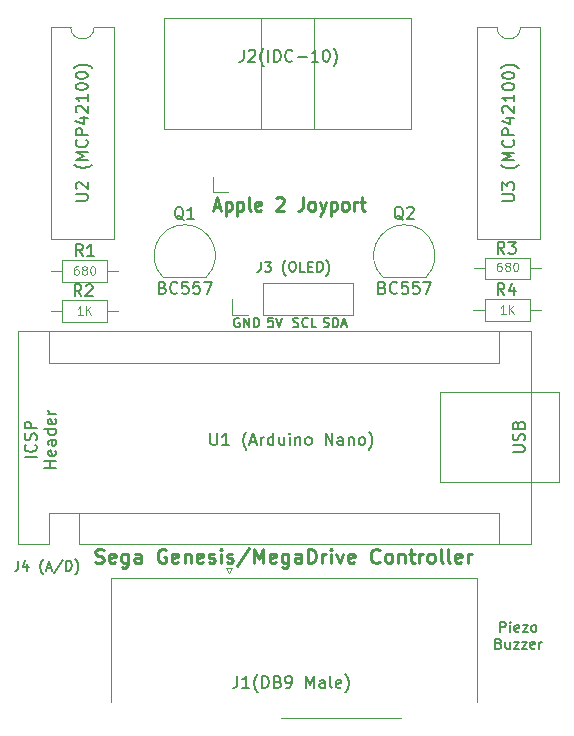
<source format=gbr>
G04 #@! TF.GenerationSoftware,KiCad,Pcbnew,(5.1.4)-1*
G04 #@! TF.CreationDate,2019-11-09T17:45:09+10:00*
G04 #@! TF.ProjectId,SegaControllerForApple2,53656761-436f-46e7-9472-6f6c6c657246,rev?*
G04 #@! TF.SameCoordinates,Original*
G04 #@! TF.FileFunction,Legend,Top*
G04 #@! TF.FilePolarity,Positive*
%FSLAX46Y46*%
G04 Gerber Fmt 4.6, Leading zero omitted, Abs format (unit mm)*
G04 Created by KiCad (PCBNEW (5.1.4)-1) date 2019-11-09 17:45:09*
%MOMM*%
%LPD*%
G04 APERTURE LIST*
%ADD10C,0.150000*%
%ADD11C,0.120000*%
%ADD12C,0.220000*%
%ADD13C,0.108000*%
G04 APERTURE END LIST*
D10*
X148082142Y-86072023D02*
X148082142Y-85222023D01*
X148405952Y-85222023D01*
X148486904Y-85262500D01*
X148527380Y-85302976D01*
X148567857Y-85383928D01*
X148567857Y-85505357D01*
X148527380Y-85586309D01*
X148486904Y-85626785D01*
X148405952Y-85667261D01*
X148082142Y-85667261D01*
X148932142Y-86072023D02*
X148932142Y-85505357D01*
X148932142Y-85222023D02*
X148891666Y-85262500D01*
X148932142Y-85302976D01*
X148972619Y-85262500D01*
X148932142Y-85222023D01*
X148932142Y-85302976D01*
X149660714Y-86031547D02*
X149579761Y-86072023D01*
X149417857Y-86072023D01*
X149336904Y-86031547D01*
X149296428Y-85950595D01*
X149296428Y-85626785D01*
X149336904Y-85545833D01*
X149417857Y-85505357D01*
X149579761Y-85505357D01*
X149660714Y-85545833D01*
X149701190Y-85626785D01*
X149701190Y-85707738D01*
X149296428Y-85788690D01*
X149984523Y-85505357D02*
X150429761Y-85505357D01*
X149984523Y-86072023D01*
X150429761Y-86072023D01*
X150875000Y-86072023D02*
X150794047Y-86031547D01*
X150753571Y-85991071D01*
X150713095Y-85910119D01*
X150713095Y-85667261D01*
X150753571Y-85586309D01*
X150794047Y-85545833D01*
X150875000Y-85505357D01*
X150996428Y-85505357D01*
X151077380Y-85545833D01*
X151117857Y-85586309D01*
X151158333Y-85667261D01*
X151158333Y-85910119D01*
X151117857Y-85991071D01*
X151077380Y-86031547D01*
X150996428Y-86072023D01*
X150875000Y-86072023D01*
X147960714Y-87051785D02*
X148082142Y-87092261D01*
X148122619Y-87132738D01*
X148163095Y-87213690D01*
X148163095Y-87335119D01*
X148122619Y-87416071D01*
X148082142Y-87456547D01*
X148001190Y-87497023D01*
X147677380Y-87497023D01*
X147677380Y-86647023D01*
X147960714Y-86647023D01*
X148041666Y-86687500D01*
X148082142Y-86727976D01*
X148122619Y-86808928D01*
X148122619Y-86889880D01*
X148082142Y-86970833D01*
X148041666Y-87011309D01*
X147960714Y-87051785D01*
X147677380Y-87051785D01*
X148891666Y-86930357D02*
X148891666Y-87497023D01*
X148527380Y-86930357D02*
X148527380Y-87375595D01*
X148567857Y-87456547D01*
X148648809Y-87497023D01*
X148770238Y-87497023D01*
X148851190Y-87456547D01*
X148891666Y-87416071D01*
X149215476Y-86930357D02*
X149660714Y-86930357D01*
X149215476Y-87497023D01*
X149660714Y-87497023D01*
X149903571Y-86930357D02*
X150348809Y-86930357D01*
X149903571Y-87497023D01*
X150348809Y-87497023D01*
X150996428Y-87456547D02*
X150915476Y-87497023D01*
X150753571Y-87497023D01*
X150672619Y-87456547D01*
X150632142Y-87375595D01*
X150632142Y-87051785D01*
X150672619Y-86970833D01*
X150753571Y-86930357D01*
X150915476Y-86930357D01*
X150996428Y-86970833D01*
X151036904Y-87051785D01*
X151036904Y-87132738D01*
X150632142Y-87213690D01*
X151401190Y-87497023D02*
X151401190Y-86930357D01*
X151401190Y-87092261D02*
X151441666Y-87011309D01*
X151482142Y-86970833D01*
X151563095Y-86930357D01*
X151644047Y-86930357D01*
X107291666Y-80034523D02*
X107291666Y-80641666D01*
X107251190Y-80763095D01*
X107170238Y-80844047D01*
X107048809Y-80884523D01*
X106967857Y-80884523D01*
X108060714Y-80317857D02*
X108060714Y-80884523D01*
X107858333Y-79994047D02*
X107655952Y-80601190D01*
X108182142Y-80601190D01*
X109396428Y-81208333D02*
X109355952Y-81167857D01*
X109275000Y-81046428D01*
X109234523Y-80965476D01*
X109194047Y-80844047D01*
X109153571Y-80641666D01*
X109153571Y-80479761D01*
X109194047Y-80277380D01*
X109234523Y-80155952D01*
X109275000Y-80075000D01*
X109355952Y-79953571D01*
X109396428Y-79913095D01*
X109679761Y-80641666D02*
X110084523Y-80641666D01*
X109598809Y-80884523D02*
X109882142Y-80034523D01*
X110165476Y-80884523D01*
X111055952Y-79994047D02*
X110327380Y-81086904D01*
X111339285Y-80884523D02*
X111339285Y-80034523D01*
X111541666Y-80034523D01*
X111663095Y-80075000D01*
X111744047Y-80155952D01*
X111784523Y-80236904D01*
X111825000Y-80398809D01*
X111825000Y-80520238D01*
X111784523Y-80682142D01*
X111744047Y-80763095D01*
X111663095Y-80844047D01*
X111541666Y-80884523D01*
X111339285Y-80884523D01*
X112108333Y-81208333D02*
X112148809Y-81167857D01*
X112229761Y-81046428D01*
X112270238Y-80965476D01*
X112310714Y-80844047D01*
X112351190Y-80641666D01*
X112351190Y-80479761D01*
X112310714Y-80277380D01*
X112270238Y-80155952D01*
X112229761Y-80075000D01*
X112148809Y-79953571D01*
X112108333Y-79913095D01*
X108827380Y-71276190D02*
X107827380Y-71276190D01*
X108732142Y-70228571D02*
X108779761Y-70276190D01*
X108827380Y-70419047D01*
X108827380Y-70514285D01*
X108779761Y-70657142D01*
X108684523Y-70752380D01*
X108589285Y-70800000D01*
X108398809Y-70847619D01*
X108255952Y-70847619D01*
X108065476Y-70800000D01*
X107970238Y-70752380D01*
X107875000Y-70657142D01*
X107827380Y-70514285D01*
X107827380Y-70419047D01*
X107875000Y-70276190D01*
X107922619Y-70228571D01*
X108779761Y-69847619D02*
X108827380Y-69704761D01*
X108827380Y-69466666D01*
X108779761Y-69371428D01*
X108732142Y-69323809D01*
X108636904Y-69276190D01*
X108541666Y-69276190D01*
X108446428Y-69323809D01*
X108398809Y-69371428D01*
X108351190Y-69466666D01*
X108303571Y-69657142D01*
X108255952Y-69752380D01*
X108208333Y-69800000D01*
X108113095Y-69847619D01*
X108017857Y-69847619D01*
X107922619Y-69800000D01*
X107875000Y-69752380D01*
X107827380Y-69657142D01*
X107827380Y-69419047D01*
X107875000Y-69276190D01*
X108827380Y-68847619D02*
X107827380Y-68847619D01*
X107827380Y-68466666D01*
X107875000Y-68371428D01*
X107922619Y-68323809D01*
X108017857Y-68276190D01*
X108160714Y-68276190D01*
X108255952Y-68323809D01*
X108303571Y-68371428D01*
X108351190Y-68466666D01*
X108351190Y-68847619D01*
X110477380Y-72157142D02*
X109477380Y-72157142D01*
X109953571Y-72157142D02*
X109953571Y-71585714D01*
X110477380Y-71585714D02*
X109477380Y-71585714D01*
X110429761Y-70728571D02*
X110477380Y-70823809D01*
X110477380Y-71014285D01*
X110429761Y-71109523D01*
X110334523Y-71157142D01*
X109953571Y-71157142D01*
X109858333Y-71109523D01*
X109810714Y-71014285D01*
X109810714Y-70823809D01*
X109858333Y-70728571D01*
X109953571Y-70680952D01*
X110048809Y-70680952D01*
X110144047Y-71157142D01*
X110477380Y-69823809D02*
X109953571Y-69823809D01*
X109858333Y-69871428D01*
X109810714Y-69966666D01*
X109810714Y-70157142D01*
X109858333Y-70252380D01*
X110429761Y-69823809D02*
X110477380Y-69919047D01*
X110477380Y-70157142D01*
X110429761Y-70252380D01*
X110334523Y-70300000D01*
X110239285Y-70300000D01*
X110144047Y-70252380D01*
X110096428Y-70157142D01*
X110096428Y-69919047D01*
X110048809Y-69823809D01*
X110477380Y-68919047D02*
X109477380Y-68919047D01*
X110429761Y-68919047D02*
X110477380Y-69014285D01*
X110477380Y-69204761D01*
X110429761Y-69300000D01*
X110382142Y-69347619D01*
X110286904Y-69395238D01*
X110001190Y-69395238D01*
X109905952Y-69347619D01*
X109858333Y-69300000D01*
X109810714Y-69204761D01*
X109810714Y-69014285D01*
X109858333Y-68919047D01*
X110429761Y-68061904D02*
X110477380Y-68157142D01*
X110477380Y-68347619D01*
X110429761Y-68442857D01*
X110334523Y-68490476D01*
X109953571Y-68490476D01*
X109858333Y-68442857D01*
X109810714Y-68347619D01*
X109810714Y-68157142D01*
X109858333Y-68061904D01*
X109953571Y-68014285D01*
X110048809Y-68014285D01*
X110144047Y-68490476D01*
X110477380Y-67585714D02*
X109810714Y-67585714D01*
X110001190Y-67585714D02*
X109905952Y-67538095D01*
X109858333Y-67490476D01*
X109810714Y-67395238D01*
X109810714Y-67300000D01*
X149152380Y-70861904D02*
X149961904Y-70861904D01*
X150057142Y-70814285D01*
X150104761Y-70766666D01*
X150152380Y-70671428D01*
X150152380Y-70480952D01*
X150104761Y-70385714D01*
X150057142Y-70338095D01*
X149961904Y-70290476D01*
X149152380Y-70290476D01*
X150104761Y-69861904D02*
X150152380Y-69719047D01*
X150152380Y-69480952D01*
X150104761Y-69385714D01*
X150057142Y-69338095D01*
X149961904Y-69290476D01*
X149866666Y-69290476D01*
X149771428Y-69338095D01*
X149723809Y-69385714D01*
X149676190Y-69480952D01*
X149628571Y-69671428D01*
X149580952Y-69766666D01*
X149533333Y-69814285D01*
X149438095Y-69861904D01*
X149342857Y-69861904D01*
X149247619Y-69814285D01*
X149200000Y-69766666D01*
X149152380Y-69671428D01*
X149152380Y-69433333D01*
X149200000Y-69290476D01*
X149628571Y-68528571D02*
X149676190Y-68385714D01*
X149723809Y-68338095D01*
X149819047Y-68290476D01*
X149961904Y-68290476D01*
X150057142Y-68338095D01*
X150104761Y-68385714D01*
X150152380Y-68480952D01*
X150152380Y-68861904D01*
X149152380Y-68861904D01*
X149152380Y-68528571D01*
X149200000Y-68433333D01*
X149247619Y-68385714D01*
X149342857Y-68338095D01*
X149438095Y-68338095D01*
X149533333Y-68385714D01*
X149580952Y-68433333D01*
X149628571Y-68528571D01*
X149628571Y-68861904D01*
D11*
X153100000Y-73400000D02*
X153100000Y-65800000D01*
X143000000Y-73400000D02*
X153100000Y-73400000D01*
X143000000Y-65800000D02*
X143000000Y-73400000D01*
X153100000Y-65800000D02*
X143000000Y-65800000D01*
D12*
X113814285Y-80185714D02*
X113985714Y-80242857D01*
X114271428Y-80242857D01*
X114385714Y-80185714D01*
X114442857Y-80128571D01*
X114500000Y-80014285D01*
X114500000Y-79900000D01*
X114442857Y-79785714D01*
X114385714Y-79728571D01*
X114271428Y-79671428D01*
X114042857Y-79614285D01*
X113928571Y-79557142D01*
X113871428Y-79500000D01*
X113814285Y-79385714D01*
X113814285Y-79271428D01*
X113871428Y-79157142D01*
X113928571Y-79100000D01*
X114042857Y-79042857D01*
X114328571Y-79042857D01*
X114500000Y-79100000D01*
X115471428Y-80185714D02*
X115357142Y-80242857D01*
X115128571Y-80242857D01*
X115014285Y-80185714D01*
X114957142Y-80071428D01*
X114957142Y-79614285D01*
X115014285Y-79500000D01*
X115128571Y-79442857D01*
X115357142Y-79442857D01*
X115471428Y-79500000D01*
X115528571Y-79614285D01*
X115528571Y-79728571D01*
X114957142Y-79842857D01*
X116557142Y-79442857D02*
X116557142Y-80414285D01*
X116500000Y-80528571D01*
X116442857Y-80585714D01*
X116328571Y-80642857D01*
X116157142Y-80642857D01*
X116042857Y-80585714D01*
X116557142Y-80185714D02*
X116442857Y-80242857D01*
X116214285Y-80242857D01*
X116100000Y-80185714D01*
X116042857Y-80128571D01*
X115985714Y-80014285D01*
X115985714Y-79671428D01*
X116042857Y-79557142D01*
X116100000Y-79500000D01*
X116214285Y-79442857D01*
X116442857Y-79442857D01*
X116557142Y-79500000D01*
X117642857Y-80242857D02*
X117642857Y-79614285D01*
X117585714Y-79500000D01*
X117471428Y-79442857D01*
X117242857Y-79442857D01*
X117128571Y-79500000D01*
X117642857Y-80185714D02*
X117528571Y-80242857D01*
X117242857Y-80242857D01*
X117128571Y-80185714D01*
X117071428Y-80071428D01*
X117071428Y-79957142D01*
X117128571Y-79842857D01*
X117242857Y-79785714D01*
X117528571Y-79785714D01*
X117642857Y-79728571D01*
X119757142Y-79100000D02*
X119642857Y-79042857D01*
X119471428Y-79042857D01*
X119300000Y-79100000D01*
X119185714Y-79214285D01*
X119128571Y-79328571D01*
X119071428Y-79557142D01*
X119071428Y-79728571D01*
X119128571Y-79957142D01*
X119185714Y-80071428D01*
X119300000Y-80185714D01*
X119471428Y-80242857D01*
X119585714Y-80242857D01*
X119757142Y-80185714D01*
X119814285Y-80128571D01*
X119814285Y-79728571D01*
X119585714Y-79728571D01*
X120785714Y-80185714D02*
X120671428Y-80242857D01*
X120442857Y-80242857D01*
X120328571Y-80185714D01*
X120271428Y-80071428D01*
X120271428Y-79614285D01*
X120328571Y-79500000D01*
X120442857Y-79442857D01*
X120671428Y-79442857D01*
X120785714Y-79500000D01*
X120842857Y-79614285D01*
X120842857Y-79728571D01*
X120271428Y-79842857D01*
X121357142Y-79442857D02*
X121357142Y-80242857D01*
X121357142Y-79557142D02*
X121414285Y-79500000D01*
X121528571Y-79442857D01*
X121700000Y-79442857D01*
X121814285Y-79500000D01*
X121871428Y-79614285D01*
X121871428Y-80242857D01*
X122900000Y-80185714D02*
X122785714Y-80242857D01*
X122557142Y-80242857D01*
X122442857Y-80185714D01*
X122385714Y-80071428D01*
X122385714Y-79614285D01*
X122442857Y-79500000D01*
X122557142Y-79442857D01*
X122785714Y-79442857D01*
X122900000Y-79500000D01*
X122957142Y-79614285D01*
X122957142Y-79728571D01*
X122385714Y-79842857D01*
X123414285Y-80185714D02*
X123528571Y-80242857D01*
X123757142Y-80242857D01*
X123871428Y-80185714D01*
X123928571Y-80071428D01*
X123928571Y-80014285D01*
X123871428Y-79900000D01*
X123757142Y-79842857D01*
X123585714Y-79842857D01*
X123471428Y-79785714D01*
X123414285Y-79671428D01*
X123414285Y-79614285D01*
X123471428Y-79500000D01*
X123585714Y-79442857D01*
X123757142Y-79442857D01*
X123871428Y-79500000D01*
X124442857Y-80242857D02*
X124442857Y-79442857D01*
X124442857Y-79042857D02*
X124385714Y-79100000D01*
X124442857Y-79157142D01*
X124500000Y-79100000D01*
X124442857Y-79042857D01*
X124442857Y-79157142D01*
X124957142Y-80185714D02*
X125071428Y-80242857D01*
X125300000Y-80242857D01*
X125414285Y-80185714D01*
X125471428Y-80071428D01*
X125471428Y-80014285D01*
X125414285Y-79900000D01*
X125300000Y-79842857D01*
X125128571Y-79842857D01*
X125014285Y-79785714D01*
X124957142Y-79671428D01*
X124957142Y-79614285D01*
X125014285Y-79500000D01*
X125128571Y-79442857D01*
X125300000Y-79442857D01*
X125414285Y-79500000D01*
X126842857Y-78985714D02*
X125814285Y-80528571D01*
X127242857Y-80242857D02*
X127242857Y-79042857D01*
X127642857Y-79900000D01*
X128042857Y-79042857D01*
X128042857Y-80242857D01*
X129071428Y-80185714D02*
X128957142Y-80242857D01*
X128728571Y-80242857D01*
X128614285Y-80185714D01*
X128557142Y-80071428D01*
X128557142Y-79614285D01*
X128614285Y-79500000D01*
X128728571Y-79442857D01*
X128957142Y-79442857D01*
X129071428Y-79500000D01*
X129128571Y-79614285D01*
X129128571Y-79728571D01*
X128557142Y-79842857D01*
X130157142Y-79442857D02*
X130157142Y-80414285D01*
X130100000Y-80528571D01*
X130042857Y-80585714D01*
X129928571Y-80642857D01*
X129757142Y-80642857D01*
X129642857Y-80585714D01*
X130157142Y-80185714D02*
X130042857Y-80242857D01*
X129814285Y-80242857D01*
X129700000Y-80185714D01*
X129642857Y-80128571D01*
X129585714Y-80014285D01*
X129585714Y-79671428D01*
X129642857Y-79557142D01*
X129700000Y-79500000D01*
X129814285Y-79442857D01*
X130042857Y-79442857D01*
X130157142Y-79500000D01*
X131242857Y-80242857D02*
X131242857Y-79614285D01*
X131185714Y-79500000D01*
X131071428Y-79442857D01*
X130842857Y-79442857D01*
X130728571Y-79500000D01*
X131242857Y-80185714D02*
X131128571Y-80242857D01*
X130842857Y-80242857D01*
X130728571Y-80185714D01*
X130671428Y-80071428D01*
X130671428Y-79957142D01*
X130728571Y-79842857D01*
X130842857Y-79785714D01*
X131128571Y-79785714D01*
X131242857Y-79728571D01*
X131814285Y-80242857D02*
X131814285Y-79042857D01*
X132100000Y-79042857D01*
X132271428Y-79100000D01*
X132385714Y-79214285D01*
X132442857Y-79328571D01*
X132500000Y-79557142D01*
X132500000Y-79728571D01*
X132442857Y-79957142D01*
X132385714Y-80071428D01*
X132271428Y-80185714D01*
X132100000Y-80242857D01*
X131814285Y-80242857D01*
X133014285Y-80242857D02*
X133014285Y-79442857D01*
X133014285Y-79671428D02*
X133071428Y-79557142D01*
X133128571Y-79500000D01*
X133242857Y-79442857D01*
X133357142Y-79442857D01*
X133757142Y-80242857D02*
X133757142Y-79442857D01*
X133757142Y-79042857D02*
X133700000Y-79100000D01*
X133757142Y-79157142D01*
X133814285Y-79100000D01*
X133757142Y-79042857D01*
X133757142Y-79157142D01*
X134214285Y-79442857D02*
X134500000Y-80242857D01*
X134785714Y-79442857D01*
X135700000Y-80185714D02*
X135585714Y-80242857D01*
X135357142Y-80242857D01*
X135242857Y-80185714D01*
X135185714Y-80071428D01*
X135185714Y-79614285D01*
X135242857Y-79500000D01*
X135357142Y-79442857D01*
X135585714Y-79442857D01*
X135700000Y-79500000D01*
X135757142Y-79614285D01*
X135757142Y-79728571D01*
X135185714Y-79842857D01*
X137871428Y-80128571D02*
X137814285Y-80185714D01*
X137642857Y-80242857D01*
X137528571Y-80242857D01*
X137357142Y-80185714D01*
X137242857Y-80071428D01*
X137185714Y-79957142D01*
X137128571Y-79728571D01*
X137128571Y-79557142D01*
X137185714Y-79328571D01*
X137242857Y-79214285D01*
X137357142Y-79100000D01*
X137528571Y-79042857D01*
X137642857Y-79042857D01*
X137814285Y-79100000D01*
X137871428Y-79157142D01*
X138557142Y-80242857D02*
X138442857Y-80185714D01*
X138385714Y-80128571D01*
X138328571Y-80014285D01*
X138328571Y-79671428D01*
X138385714Y-79557142D01*
X138442857Y-79500000D01*
X138557142Y-79442857D01*
X138728571Y-79442857D01*
X138842857Y-79500000D01*
X138900000Y-79557142D01*
X138957142Y-79671428D01*
X138957142Y-80014285D01*
X138900000Y-80128571D01*
X138842857Y-80185714D01*
X138728571Y-80242857D01*
X138557142Y-80242857D01*
X139471428Y-79442857D02*
X139471428Y-80242857D01*
X139471428Y-79557142D02*
X139528571Y-79500000D01*
X139642857Y-79442857D01*
X139814285Y-79442857D01*
X139928571Y-79500000D01*
X139985714Y-79614285D01*
X139985714Y-80242857D01*
X140385714Y-79442857D02*
X140842857Y-79442857D01*
X140557142Y-79042857D02*
X140557142Y-80071428D01*
X140614285Y-80185714D01*
X140728571Y-80242857D01*
X140842857Y-80242857D01*
X141242857Y-80242857D02*
X141242857Y-79442857D01*
X141242857Y-79671428D02*
X141300000Y-79557142D01*
X141357142Y-79500000D01*
X141471428Y-79442857D01*
X141585714Y-79442857D01*
X142157142Y-80242857D02*
X142042857Y-80185714D01*
X141985714Y-80128571D01*
X141928571Y-80014285D01*
X141928571Y-79671428D01*
X141985714Y-79557142D01*
X142042857Y-79500000D01*
X142157142Y-79442857D01*
X142328571Y-79442857D01*
X142442857Y-79500000D01*
X142500000Y-79557142D01*
X142557142Y-79671428D01*
X142557142Y-80014285D01*
X142500000Y-80128571D01*
X142442857Y-80185714D01*
X142328571Y-80242857D01*
X142157142Y-80242857D01*
X143242857Y-80242857D02*
X143128571Y-80185714D01*
X143071428Y-80071428D01*
X143071428Y-79042857D01*
X143871428Y-80242857D02*
X143757142Y-80185714D01*
X143700000Y-80071428D01*
X143700000Y-79042857D01*
X144785714Y-80185714D02*
X144671428Y-80242857D01*
X144442857Y-80242857D01*
X144328571Y-80185714D01*
X144271428Y-80071428D01*
X144271428Y-79614285D01*
X144328571Y-79500000D01*
X144442857Y-79442857D01*
X144671428Y-79442857D01*
X144785714Y-79500000D01*
X144842857Y-79614285D01*
X144842857Y-79728571D01*
X144271428Y-79842857D01*
X145357142Y-80242857D02*
X145357142Y-79442857D01*
X145357142Y-79671428D02*
X145414285Y-79557142D01*
X145471428Y-79500000D01*
X145585714Y-79442857D01*
X145700000Y-79442857D01*
D11*
X129540000Y-93345000D02*
X139700000Y-93345000D01*
D10*
X130547619Y-60223809D02*
X130661904Y-60261904D01*
X130852380Y-60261904D01*
X130928571Y-60223809D01*
X130966666Y-60185714D01*
X131004761Y-60109523D01*
X131004761Y-60033333D01*
X130966666Y-59957142D01*
X130928571Y-59919047D01*
X130852380Y-59880952D01*
X130700000Y-59842857D01*
X130623809Y-59804761D01*
X130585714Y-59766666D01*
X130547619Y-59690476D01*
X130547619Y-59614285D01*
X130585714Y-59538095D01*
X130623809Y-59500000D01*
X130700000Y-59461904D01*
X130890476Y-59461904D01*
X131004761Y-59500000D01*
X131804761Y-60185714D02*
X131766666Y-60223809D01*
X131652380Y-60261904D01*
X131576190Y-60261904D01*
X131461904Y-60223809D01*
X131385714Y-60147619D01*
X131347619Y-60071428D01*
X131309523Y-59919047D01*
X131309523Y-59804761D01*
X131347619Y-59652380D01*
X131385714Y-59576190D01*
X131461904Y-59500000D01*
X131576190Y-59461904D01*
X131652380Y-59461904D01*
X131766666Y-59500000D01*
X131804761Y-59538095D01*
X132528571Y-60261904D02*
X132147619Y-60261904D01*
X132147619Y-59461904D01*
X133128571Y-60223809D02*
X133242857Y-60261904D01*
X133433333Y-60261904D01*
X133509523Y-60223809D01*
X133547619Y-60185714D01*
X133585714Y-60109523D01*
X133585714Y-60033333D01*
X133547619Y-59957142D01*
X133509523Y-59919047D01*
X133433333Y-59880952D01*
X133280952Y-59842857D01*
X133204761Y-59804761D01*
X133166666Y-59766666D01*
X133128571Y-59690476D01*
X133128571Y-59614285D01*
X133166666Y-59538095D01*
X133204761Y-59500000D01*
X133280952Y-59461904D01*
X133471428Y-59461904D01*
X133585714Y-59500000D01*
X133928571Y-60261904D02*
X133928571Y-59461904D01*
X134119047Y-59461904D01*
X134233333Y-59500000D01*
X134309523Y-59576190D01*
X134347619Y-59652380D01*
X134385714Y-59804761D01*
X134385714Y-59919047D01*
X134347619Y-60071428D01*
X134309523Y-60147619D01*
X134233333Y-60223809D01*
X134119047Y-60261904D01*
X133928571Y-60261904D01*
X134690476Y-60033333D02*
X135071428Y-60033333D01*
X134614285Y-60261904D02*
X134880952Y-59461904D01*
X135147619Y-60261904D01*
X128847619Y-59461904D02*
X128466666Y-59461904D01*
X128428571Y-59842857D01*
X128466666Y-59804761D01*
X128542857Y-59766666D01*
X128733333Y-59766666D01*
X128809523Y-59804761D01*
X128847619Y-59842857D01*
X128885714Y-59919047D01*
X128885714Y-60109523D01*
X128847619Y-60185714D01*
X128809523Y-60223809D01*
X128733333Y-60261904D01*
X128542857Y-60261904D01*
X128466666Y-60223809D01*
X128428571Y-60185714D01*
X129114285Y-59461904D02*
X129380952Y-60261904D01*
X129647619Y-59461904D01*
X125990476Y-59500000D02*
X125914285Y-59461904D01*
X125800000Y-59461904D01*
X125685714Y-59500000D01*
X125609523Y-59576190D01*
X125571428Y-59652380D01*
X125533333Y-59804761D01*
X125533333Y-59919047D01*
X125571428Y-60071428D01*
X125609523Y-60147619D01*
X125685714Y-60223809D01*
X125800000Y-60261904D01*
X125876190Y-60261904D01*
X125990476Y-60223809D01*
X126028571Y-60185714D01*
X126028571Y-59919047D01*
X125876190Y-59919047D01*
X126371428Y-60261904D02*
X126371428Y-59461904D01*
X126828571Y-60261904D01*
X126828571Y-59461904D01*
X127209523Y-60261904D02*
X127209523Y-59461904D01*
X127400000Y-59461904D01*
X127514285Y-59500000D01*
X127590476Y-59576190D01*
X127628571Y-59652380D01*
X127666666Y-59804761D01*
X127666666Y-59919047D01*
X127628571Y-60071428D01*
X127590476Y-60147619D01*
X127514285Y-60223809D01*
X127400000Y-60261904D01*
X127209523Y-60261904D01*
X123542857Y-69252380D02*
X123542857Y-70061904D01*
X123590476Y-70157142D01*
X123638095Y-70204761D01*
X123733333Y-70252380D01*
X123923809Y-70252380D01*
X124019047Y-70204761D01*
X124066666Y-70157142D01*
X124114285Y-70061904D01*
X124114285Y-69252380D01*
X125114285Y-70252380D02*
X124542857Y-70252380D01*
X124828571Y-70252380D02*
X124828571Y-69252380D01*
X124733333Y-69395238D01*
X124638095Y-69490476D01*
X124542857Y-69538095D01*
X126590476Y-70633333D02*
X126542857Y-70585714D01*
X126447619Y-70442857D01*
X126400000Y-70347619D01*
X126352380Y-70204761D01*
X126304761Y-69966666D01*
X126304761Y-69776190D01*
X126352380Y-69538095D01*
X126400000Y-69395238D01*
X126447619Y-69300000D01*
X126542857Y-69157142D01*
X126590476Y-69109523D01*
X126923809Y-69966666D02*
X127400000Y-69966666D01*
X126828571Y-70252380D02*
X127161904Y-69252380D01*
X127495238Y-70252380D01*
X127828571Y-70252380D02*
X127828571Y-69585714D01*
X127828571Y-69776190D02*
X127876190Y-69680952D01*
X127923809Y-69633333D01*
X128019047Y-69585714D01*
X128114285Y-69585714D01*
X128876190Y-70252380D02*
X128876190Y-69252380D01*
X128876190Y-70204761D02*
X128780952Y-70252380D01*
X128590476Y-70252380D01*
X128495238Y-70204761D01*
X128447619Y-70157142D01*
X128400000Y-70061904D01*
X128400000Y-69776190D01*
X128447619Y-69680952D01*
X128495238Y-69633333D01*
X128590476Y-69585714D01*
X128780952Y-69585714D01*
X128876190Y-69633333D01*
X129780952Y-69585714D02*
X129780952Y-70252380D01*
X129352380Y-69585714D02*
X129352380Y-70109523D01*
X129400000Y-70204761D01*
X129495238Y-70252380D01*
X129638095Y-70252380D01*
X129733333Y-70204761D01*
X129780952Y-70157142D01*
X130257142Y-70252380D02*
X130257142Y-69585714D01*
X130257142Y-69252380D02*
X130209523Y-69300000D01*
X130257142Y-69347619D01*
X130304761Y-69300000D01*
X130257142Y-69252380D01*
X130257142Y-69347619D01*
X130733333Y-69585714D02*
X130733333Y-70252380D01*
X130733333Y-69680952D02*
X130780952Y-69633333D01*
X130876190Y-69585714D01*
X131019047Y-69585714D01*
X131114285Y-69633333D01*
X131161904Y-69728571D01*
X131161904Y-70252380D01*
X131780952Y-70252380D02*
X131685714Y-70204761D01*
X131638095Y-70157142D01*
X131590476Y-70061904D01*
X131590476Y-69776190D01*
X131638095Y-69680952D01*
X131685714Y-69633333D01*
X131780952Y-69585714D01*
X131923809Y-69585714D01*
X132019047Y-69633333D01*
X132066666Y-69680952D01*
X132114285Y-69776190D01*
X132114285Y-70061904D01*
X132066666Y-70157142D01*
X132019047Y-70204761D01*
X131923809Y-70252380D01*
X131780952Y-70252380D01*
X133304761Y-70252380D02*
X133304761Y-69252380D01*
X133876190Y-70252380D01*
X133876190Y-69252380D01*
X134780952Y-70252380D02*
X134780952Y-69728571D01*
X134733333Y-69633333D01*
X134638095Y-69585714D01*
X134447619Y-69585714D01*
X134352380Y-69633333D01*
X134780952Y-70204761D02*
X134685714Y-70252380D01*
X134447619Y-70252380D01*
X134352380Y-70204761D01*
X134304761Y-70109523D01*
X134304761Y-70014285D01*
X134352380Y-69919047D01*
X134447619Y-69871428D01*
X134685714Y-69871428D01*
X134780952Y-69823809D01*
X135257142Y-69585714D02*
X135257142Y-70252380D01*
X135257142Y-69680952D02*
X135304761Y-69633333D01*
X135400000Y-69585714D01*
X135542857Y-69585714D01*
X135638095Y-69633333D01*
X135685714Y-69728571D01*
X135685714Y-70252380D01*
X136304761Y-70252380D02*
X136209523Y-70204761D01*
X136161904Y-70157142D01*
X136114285Y-70061904D01*
X136114285Y-69776190D01*
X136161904Y-69680952D01*
X136209523Y-69633333D01*
X136304761Y-69585714D01*
X136447619Y-69585714D01*
X136542857Y-69633333D01*
X136590476Y-69680952D01*
X136638095Y-69776190D01*
X136638095Y-70061904D01*
X136590476Y-70157142D01*
X136542857Y-70204761D01*
X136447619Y-70252380D01*
X136304761Y-70252380D01*
X136971428Y-70633333D02*
X137019047Y-70585714D01*
X137114285Y-70442857D01*
X137161904Y-70347619D01*
X137209523Y-70204761D01*
X137257142Y-69966666D01*
X137257142Y-69776190D01*
X137209523Y-69538095D01*
X137161904Y-69395238D01*
X137114285Y-69300000D01*
X137019047Y-69157142D01*
X136971428Y-69109523D01*
X127827380Y-54734523D02*
X127827380Y-55341666D01*
X127786904Y-55463095D01*
X127705952Y-55544047D01*
X127584523Y-55584523D01*
X127503571Y-55584523D01*
X128151190Y-54734523D02*
X128677380Y-54734523D01*
X128394047Y-55058333D01*
X128515476Y-55058333D01*
X128596428Y-55098809D01*
X128636904Y-55139285D01*
X128677380Y-55220238D01*
X128677380Y-55422619D01*
X128636904Y-55503571D01*
X128596428Y-55544047D01*
X128515476Y-55584523D01*
X128272619Y-55584523D01*
X128191666Y-55544047D01*
X128151190Y-55503571D01*
X129932142Y-55908333D02*
X129891666Y-55867857D01*
X129810714Y-55746428D01*
X129770238Y-55665476D01*
X129729761Y-55544047D01*
X129689285Y-55341666D01*
X129689285Y-55179761D01*
X129729761Y-54977380D01*
X129770238Y-54855952D01*
X129810714Y-54775000D01*
X129891666Y-54653571D01*
X129932142Y-54613095D01*
X130417857Y-54734523D02*
X130579761Y-54734523D01*
X130660714Y-54775000D01*
X130741666Y-54855952D01*
X130782142Y-55017857D01*
X130782142Y-55301190D01*
X130741666Y-55463095D01*
X130660714Y-55544047D01*
X130579761Y-55584523D01*
X130417857Y-55584523D01*
X130336904Y-55544047D01*
X130255952Y-55463095D01*
X130215476Y-55301190D01*
X130215476Y-55017857D01*
X130255952Y-54855952D01*
X130336904Y-54775000D01*
X130417857Y-54734523D01*
X131551190Y-55584523D02*
X131146428Y-55584523D01*
X131146428Y-54734523D01*
X131834523Y-55139285D02*
X132117857Y-55139285D01*
X132239285Y-55584523D02*
X131834523Y-55584523D01*
X131834523Y-54734523D01*
X132239285Y-54734523D01*
X132603571Y-55584523D02*
X132603571Y-54734523D01*
X132805952Y-54734523D01*
X132927380Y-54775000D01*
X133008333Y-54855952D01*
X133048809Y-54936904D01*
X133089285Y-55098809D01*
X133089285Y-55220238D01*
X133048809Y-55382142D01*
X133008333Y-55463095D01*
X132927380Y-55544047D01*
X132805952Y-55584523D01*
X132603571Y-55584523D01*
X133372619Y-55908333D02*
X133413095Y-55867857D01*
X133494047Y-55746428D01*
X133534523Y-55665476D01*
X133575000Y-55544047D01*
X133615476Y-55341666D01*
X133615476Y-55179761D01*
X133575000Y-54977380D01*
X133534523Y-54855952D01*
X133494047Y-54775000D01*
X133413095Y-54653571D01*
X133372619Y-54613095D01*
D12*
X123835714Y-50100000D02*
X124359523Y-50100000D01*
X123730952Y-50442857D02*
X124097619Y-49242857D01*
X124464285Y-50442857D01*
X124830952Y-49642857D02*
X124830952Y-50842857D01*
X124830952Y-49700000D02*
X124935714Y-49642857D01*
X125145238Y-49642857D01*
X125250000Y-49700000D01*
X125302380Y-49757142D01*
X125354761Y-49871428D01*
X125354761Y-50214285D01*
X125302380Y-50328571D01*
X125250000Y-50385714D01*
X125145238Y-50442857D01*
X124935714Y-50442857D01*
X124830952Y-50385714D01*
X125826190Y-49642857D02*
X125826190Y-50842857D01*
X125826190Y-49700000D02*
X125930952Y-49642857D01*
X126140476Y-49642857D01*
X126245238Y-49700000D01*
X126297619Y-49757142D01*
X126350000Y-49871428D01*
X126350000Y-50214285D01*
X126297619Y-50328571D01*
X126245238Y-50385714D01*
X126140476Y-50442857D01*
X125930952Y-50442857D01*
X125826190Y-50385714D01*
X126978571Y-50442857D02*
X126873809Y-50385714D01*
X126821428Y-50271428D01*
X126821428Y-49242857D01*
X127816666Y-50385714D02*
X127711904Y-50442857D01*
X127502380Y-50442857D01*
X127397619Y-50385714D01*
X127345238Y-50271428D01*
X127345238Y-49814285D01*
X127397619Y-49700000D01*
X127502380Y-49642857D01*
X127711904Y-49642857D01*
X127816666Y-49700000D01*
X127869047Y-49814285D01*
X127869047Y-49928571D01*
X127345238Y-50042857D01*
X129126190Y-49357142D02*
X129178571Y-49300000D01*
X129283333Y-49242857D01*
X129545238Y-49242857D01*
X129650000Y-49300000D01*
X129702380Y-49357142D01*
X129754761Y-49471428D01*
X129754761Y-49585714D01*
X129702380Y-49757142D01*
X129073809Y-50442857D01*
X129754761Y-50442857D01*
X131378571Y-49242857D02*
X131378571Y-50100000D01*
X131326190Y-50271428D01*
X131221428Y-50385714D01*
X131064285Y-50442857D01*
X130959523Y-50442857D01*
X132059523Y-50442857D02*
X131954761Y-50385714D01*
X131902380Y-50328571D01*
X131850000Y-50214285D01*
X131850000Y-49871428D01*
X131902380Y-49757142D01*
X131954761Y-49700000D01*
X132059523Y-49642857D01*
X132216666Y-49642857D01*
X132321428Y-49700000D01*
X132373809Y-49757142D01*
X132426190Y-49871428D01*
X132426190Y-50214285D01*
X132373809Y-50328571D01*
X132321428Y-50385714D01*
X132216666Y-50442857D01*
X132059523Y-50442857D01*
X132792857Y-49642857D02*
X133054761Y-50442857D01*
X133316666Y-49642857D02*
X133054761Y-50442857D01*
X132950000Y-50728571D01*
X132897619Y-50785714D01*
X132792857Y-50842857D01*
X133735714Y-49642857D02*
X133735714Y-50842857D01*
X133735714Y-49700000D02*
X133840476Y-49642857D01*
X134050000Y-49642857D01*
X134154761Y-49700000D01*
X134207142Y-49757142D01*
X134259523Y-49871428D01*
X134259523Y-50214285D01*
X134207142Y-50328571D01*
X134154761Y-50385714D01*
X134050000Y-50442857D01*
X133840476Y-50442857D01*
X133735714Y-50385714D01*
X134888095Y-50442857D02*
X134783333Y-50385714D01*
X134730952Y-50328571D01*
X134678571Y-50214285D01*
X134678571Y-49871428D01*
X134730952Y-49757142D01*
X134783333Y-49700000D01*
X134888095Y-49642857D01*
X135045238Y-49642857D01*
X135150000Y-49700000D01*
X135202380Y-49757142D01*
X135254761Y-49871428D01*
X135254761Y-50214285D01*
X135202380Y-50328571D01*
X135150000Y-50385714D01*
X135045238Y-50442857D01*
X134888095Y-50442857D01*
X135726190Y-50442857D02*
X135726190Y-49642857D01*
X135726190Y-49871428D02*
X135778571Y-49757142D01*
X135830952Y-49700000D01*
X135935714Y-49642857D01*
X136040476Y-49642857D01*
X136250000Y-49642857D02*
X136669047Y-49642857D01*
X136407142Y-49242857D02*
X136407142Y-50271428D01*
X136459523Y-50385714D01*
X136564285Y-50442857D01*
X136669047Y-50442857D01*
D11*
X115360000Y-34870000D02*
X113710000Y-34870000D01*
X115360000Y-52770000D02*
X115360000Y-34870000D01*
X110060000Y-52770000D02*
X115360000Y-52770000D01*
X110060000Y-34870000D02*
X110060000Y-52770000D01*
X111710000Y-34870000D02*
X110060000Y-34870000D01*
X113710000Y-34870000D02*
G75*
G02X111710000Y-34870000I-1000000J0D01*
G01*
X151460000Y-34870000D02*
X149810000Y-34870000D01*
X151460000Y-52770000D02*
X151460000Y-34870000D01*
X146160000Y-52770000D02*
X151460000Y-52770000D01*
X146160000Y-34870000D02*
X146160000Y-52770000D01*
X147810000Y-34870000D02*
X146160000Y-34870000D01*
X149810000Y-34870000D02*
G75*
G02X147810000Y-34870000I-1000000J0D01*
G01*
X151580000Y-55300000D02*
X150630000Y-55300000D01*
X145840000Y-55300000D02*
X146790000Y-55300000D01*
X150630000Y-54380000D02*
X146790000Y-54380000D01*
X150630000Y-56220000D02*
X150630000Y-54380000D01*
X146790000Y-56220000D02*
X150630000Y-56220000D01*
X146790000Y-54380000D02*
X146790000Y-56220000D01*
X110020000Y-55500000D02*
X110970000Y-55500000D01*
X115760000Y-55500000D02*
X114810000Y-55500000D01*
X110970000Y-56420000D02*
X114810000Y-56420000D01*
X110970000Y-54580000D02*
X110970000Y-56420000D01*
X114810000Y-54580000D02*
X110970000Y-54580000D01*
X114810000Y-56420000D02*
X114810000Y-54580000D01*
X123208478Y-56038478D02*
G75*
G03X121370000Y-51600000I-1838478J1838478D01*
G01*
X119531522Y-56038478D02*
G75*
G02X121370000Y-51600000I1838478J1838478D01*
G01*
X119570000Y-56050000D02*
X123170000Y-56050000D01*
X125100000Y-81078675D02*
X124850000Y-80645662D01*
X125350000Y-80645662D02*
X125100000Y-81078675D01*
X124850000Y-80645662D02*
X125350000Y-80645662D01*
X146125000Y-81540000D02*
X146125000Y-92020000D01*
X115155000Y-81540000D02*
X146125000Y-81540000D01*
X115155000Y-92020000D02*
X115155000Y-81540000D01*
X132330000Y-43470000D02*
X132330000Y-34120000D01*
X127830000Y-43470000D02*
X127830000Y-34120000D01*
X140510000Y-43470000D02*
X119650000Y-43470000D01*
X140510000Y-43470000D02*
X140510000Y-34120000D01*
X119650000Y-43470000D02*
X119650000Y-34120000D01*
X119650000Y-34120000D02*
X140510000Y-34120000D01*
X123730000Y-47600000D02*
X123730000Y-48870000D01*
X123730000Y-48870000D02*
X125000000Y-48870000D01*
X145820000Y-58800000D02*
X146770000Y-58800000D01*
X151560000Y-58800000D02*
X150610000Y-58800000D01*
X146770000Y-59720000D02*
X150610000Y-59720000D01*
X146770000Y-57880000D02*
X146770000Y-59720000D01*
X150610000Y-57880000D02*
X146770000Y-57880000D01*
X150610000Y-59720000D02*
X150610000Y-57880000D01*
X110020000Y-58900000D02*
X110970000Y-58900000D01*
X115760000Y-58900000D02*
X114810000Y-58900000D01*
X110970000Y-59820000D02*
X114810000Y-59820000D01*
X110970000Y-57980000D02*
X110970000Y-59820000D01*
X114810000Y-57980000D02*
X110970000Y-57980000D01*
X114810000Y-59820000D02*
X114810000Y-57980000D01*
X107250000Y-60600000D02*
X107250000Y-78640000D01*
X150690000Y-60600000D02*
X107250000Y-60600000D01*
X150690000Y-78640000D02*
X150690000Y-60600000D01*
X148020000Y-75970000D02*
X148020000Y-78640000D01*
X112460000Y-75970000D02*
X148020000Y-75970000D01*
X112460000Y-75970000D02*
X112460000Y-78640000D01*
X148020000Y-63270000D02*
X148020000Y-60600000D01*
X109920000Y-63270000D02*
X148020000Y-63270000D01*
X109920000Y-63270000D02*
X109920000Y-60600000D01*
X107250000Y-78640000D02*
X109920000Y-78640000D01*
X112460000Y-78640000D02*
X150690000Y-78640000D01*
X109920000Y-75970000D02*
X109920000Y-78640000D01*
X112460000Y-75970000D02*
X109920000Y-75970000D01*
X141808478Y-56038478D02*
G75*
G03X139970000Y-51600000I-1838478J1838478D01*
G01*
X138131522Y-56038478D02*
G75*
G02X139970000Y-51600000I1838478J1838478D01*
G01*
X138170000Y-56050000D02*
X141770000Y-56050000D01*
X125370000Y-59230000D02*
X125370000Y-57900000D01*
X126700000Y-59230000D02*
X125370000Y-59230000D01*
X127970000Y-59230000D02*
X127970000Y-56570000D01*
X127970000Y-56570000D02*
X135650000Y-56570000D01*
X127970000Y-59230000D02*
X135650000Y-59230000D01*
X135650000Y-59230000D02*
X135650000Y-56570000D01*
D10*
X112152380Y-49561904D02*
X112961904Y-49561904D01*
X113057142Y-49514285D01*
X113104761Y-49466666D01*
X113152380Y-49371428D01*
X113152380Y-49180952D01*
X113104761Y-49085714D01*
X113057142Y-49038095D01*
X112961904Y-48990476D01*
X112152380Y-48990476D01*
X112247619Y-48561904D02*
X112200000Y-48514285D01*
X112152380Y-48419047D01*
X112152380Y-48180952D01*
X112200000Y-48085714D01*
X112247619Y-48038095D01*
X112342857Y-47990476D01*
X112438095Y-47990476D01*
X112580952Y-48038095D01*
X113152380Y-48609523D01*
X113152380Y-47990476D01*
X113533333Y-46514285D02*
X113485714Y-46561904D01*
X113342857Y-46657142D01*
X113247619Y-46704761D01*
X113104761Y-46752380D01*
X112866666Y-46800000D01*
X112676190Y-46800000D01*
X112438095Y-46752380D01*
X112295238Y-46704761D01*
X112200000Y-46657142D01*
X112057142Y-46561904D01*
X112009523Y-46514285D01*
X113152380Y-46133333D02*
X112152380Y-46133333D01*
X112866666Y-45800000D01*
X112152380Y-45466666D01*
X113152380Y-45466666D01*
X113057142Y-44419047D02*
X113104761Y-44466666D01*
X113152380Y-44609523D01*
X113152380Y-44704761D01*
X113104761Y-44847619D01*
X113009523Y-44942857D01*
X112914285Y-44990476D01*
X112723809Y-45038095D01*
X112580952Y-45038095D01*
X112390476Y-44990476D01*
X112295238Y-44942857D01*
X112200000Y-44847619D01*
X112152380Y-44704761D01*
X112152380Y-44609523D01*
X112200000Y-44466666D01*
X112247619Y-44419047D01*
X113152380Y-43990476D02*
X112152380Y-43990476D01*
X112152380Y-43609523D01*
X112200000Y-43514285D01*
X112247619Y-43466666D01*
X112342857Y-43419047D01*
X112485714Y-43419047D01*
X112580952Y-43466666D01*
X112628571Y-43514285D01*
X112676190Y-43609523D01*
X112676190Y-43990476D01*
X112485714Y-42561904D02*
X113152380Y-42561904D01*
X112104761Y-42800000D02*
X112819047Y-43038095D01*
X112819047Y-42419047D01*
X112247619Y-42085714D02*
X112200000Y-42038095D01*
X112152380Y-41942857D01*
X112152380Y-41704761D01*
X112200000Y-41609523D01*
X112247619Y-41561904D01*
X112342857Y-41514285D01*
X112438095Y-41514285D01*
X112580952Y-41561904D01*
X113152380Y-42133333D01*
X113152380Y-41514285D01*
X113152380Y-40561904D02*
X113152380Y-41133333D01*
X113152380Y-40847619D02*
X112152380Y-40847619D01*
X112295238Y-40942857D01*
X112390476Y-41038095D01*
X112438095Y-41133333D01*
X112152380Y-39942857D02*
X112152380Y-39847619D01*
X112200000Y-39752380D01*
X112247619Y-39704761D01*
X112342857Y-39657142D01*
X112533333Y-39609523D01*
X112771428Y-39609523D01*
X112961904Y-39657142D01*
X113057142Y-39704761D01*
X113104761Y-39752380D01*
X113152380Y-39847619D01*
X113152380Y-39942857D01*
X113104761Y-40038095D01*
X113057142Y-40085714D01*
X112961904Y-40133333D01*
X112771428Y-40180952D01*
X112533333Y-40180952D01*
X112342857Y-40133333D01*
X112247619Y-40085714D01*
X112200000Y-40038095D01*
X112152380Y-39942857D01*
X112152380Y-38990476D02*
X112152380Y-38895238D01*
X112200000Y-38800000D01*
X112247619Y-38752380D01*
X112342857Y-38704761D01*
X112533333Y-38657142D01*
X112771428Y-38657142D01*
X112961904Y-38704761D01*
X113057142Y-38752380D01*
X113104761Y-38800000D01*
X113152380Y-38895238D01*
X113152380Y-38990476D01*
X113104761Y-39085714D01*
X113057142Y-39133333D01*
X112961904Y-39180952D01*
X112771428Y-39228571D01*
X112533333Y-39228571D01*
X112342857Y-39180952D01*
X112247619Y-39133333D01*
X112200000Y-39085714D01*
X112152380Y-38990476D01*
X113533333Y-38323809D02*
X113485714Y-38276190D01*
X113342857Y-38180952D01*
X113247619Y-38133333D01*
X113104761Y-38085714D01*
X112866666Y-38038095D01*
X112676190Y-38038095D01*
X112438095Y-38085714D01*
X112295238Y-38133333D01*
X112200000Y-38180952D01*
X112057142Y-38276190D01*
X112009523Y-38323809D01*
X148262380Y-49581904D02*
X149071904Y-49581904D01*
X149167142Y-49534285D01*
X149214761Y-49486666D01*
X149262380Y-49391428D01*
X149262380Y-49200952D01*
X149214761Y-49105714D01*
X149167142Y-49058095D01*
X149071904Y-49010476D01*
X148262380Y-49010476D01*
X148262380Y-48629523D02*
X148262380Y-48010476D01*
X148643333Y-48343809D01*
X148643333Y-48200952D01*
X148690952Y-48105714D01*
X148738571Y-48058095D01*
X148833809Y-48010476D01*
X149071904Y-48010476D01*
X149167142Y-48058095D01*
X149214761Y-48105714D01*
X149262380Y-48200952D01*
X149262380Y-48486666D01*
X149214761Y-48581904D01*
X149167142Y-48629523D01*
X149643333Y-46534285D02*
X149595714Y-46581904D01*
X149452857Y-46677142D01*
X149357619Y-46724761D01*
X149214761Y-46772380D01*
X148976666Y-46820000D01*
X148786190Y-46820000D01*
X148548095Y-46772380D01*
X148405238Y-46724761D01*
X148310000Y-46677142D01*
X148167142Y-46581904D01*
X148119523Y-46534285D01*
X149262380Y-46153333D02*
X148262380Y-46153333D01*
X148976666Y-45820000D01*
X148262380Y-45486666D01*
X149262380Y-45486666D01*
X149167142Y-44439047D02*
X149214761Y-44486666D01*
X149262380Y-44629523D01*
X149262380Y-44724761D01*
X149214761Y-44867619D01*
X149119523Y-44962857D01*
X149024285Y-45010476D01*
X148833809Y-45058095D01*
X148690952Y-45058095D01*
X148500476Y-45010476D01*
X148405238Y-44962857D01*
X148310000Y-44867619D01*
X148262380Y-44724761D01*
X148262380Y-44629523D01*
X148310000Y-44486666D01*
X148357619Y-44439047D01*
X149262380Y-44010476D02*
X148262380Y-44010476D01*
X148262380Y-43629523D01*
X148310000Y-43534285D01*
X148357619Y-43486666D01*
X148452857Y-43439047D01*
X148595714Y-43439047D01*
X148690952Y-43486666D01*
X148738571Y-43534285D01*
X148786190Y-43629523D01*
X148786190Y-44010476D01*
X148595714Y-42581904D02*
X149262380Y-42581904D01*
X148214761Y-42820000D02*
X148929047Y-43058095D01*
X148929047Y-42439047D01*
X148357619Y-42105714D02*
X148310000Y-42058095D01*
X148262380Y-41962857D01*
X148262380Y-41724761D01*
X148310000Y-41629523D01*
X148357619Y-41581904D01*
X148452857Y-41534285D01*
X148548095Y-41534285D01*
X148690952Y-41581904D01*
X149262380Y-42153333D01*
X149262380Y-41534285D01*
X149262380Y-40581904D02*
X149262380Y-41153333D01*
X149262380Y-40867619D02*
X148262380Y-40867619D01*
X148405238Y-40962857D01*
X148500476Y-41058095D01*
X148548095Y-41153333D01*
X148262380Y-39962857D02*
X148262380Y-39867619D01*
X148310000Y-39772380D01*
X148357619Y-39724761D01*
X148452857Y-39677142D01*
X148643333Y-39629523D01*
X148881428Y-39629523D01*
X149071904Y-39677142D01*
X149167142Y-39724761D01*
X149214761Y-39772380D01*
X149262380Y-39867619D01*
X149262380Y-39962857D01*
X149214761Y-40058095D01*
X149167142Y-40105714D01*
X149071904Y-40153333D01*
X148881428Y-40200952D01*
X148643333Y-40200952D01*
X148452857Y-40153333D01*
X148357619Y-40105714D01*
X148310000Y-40058095D01*
X148262380Y-39962857D01*
X148262380Y-39010476D02*
X148262380Y-38915238D01*
X148310000Y-38820000D01*
X148357619Y-38772380D01*
X148452857Y-38724761D01*
X148643333Y-38677142D01*
X148881428Y-38677142D01*
X149071904Y-38724761D01*
X149167142Y-38772380D01*
X149214761Y-38820000D01*
X149262380Y-38915238D01*
X149262380Y-39010476D01*
X149214761Y-39105714D01*
X149167142Y-39153333D01*
X149071904Y-39200952D01*
X148881428Y-39248571D01*
X148643333Y-39248571D01*
X148452857Y-39200952D01*
X148357619Y-39153333D01*
X148310000Y-39105714D01*
X148262380Y-39010476D01*
X149643333Y-38343809D02*
X149595714Y-38296190D01*
X149452857Y-38200952D01*
X149357619Y-38153333D01*
X149214761Y-38105714D01*
X148976666Y-38058095D01*
X148786190Y-38058095D01*
X148548095Y-38105714D01*
X148405238Y-38153333D01*
X148310000Y-38200952D01*
X148167142Y-38296190D01*
X148119523Y-38343809D01*
X148433333Y-54052380D02*
X148100000Y-53576190D01*
X147861904Y-54052380D02*
X147861904Y-53052380D01*
X148242857Y-53052380D01*
X148338095Y-53100000D01*
X148385714Y-53147619D01*
X148433333Y-53242857D01*
X148433333Y-53385714D01*
X148385714Y-53480952D01*
X148338095Y-53528571D01*
X148242857Y-53576190D01*
X147861904Y-53576190D01*
X148766666Y-53052380D02*
X149385714Y-53052380D01*
X149052380Y-53433333D01*
X149195238Y-53433333D01*
X149290476Y-53480952D01*
X149338095Y-53528571D01*
X149385714Y-53623809D01*
X149385714Y-53861904D01*
X149338095Y-53957142D01*
X149290476Y-54004761D01*
X149195238Y-54052380D01*
X148909523Y-54052380D01*
X148814285Y-54004761D01*
X148766666Y-53957142D01*
D13*
X148161428Y-54805714D02*
X148024285Y-54805714D01*
X147955714Y-54840000D01*
X147921428Y-54874285D01*
X147852857Y-54977142D01*
X147818571Y-55114285D01*
X147818571Y-55388571D01*
X147852857Y-55457142D01*
X147887142Y-55491428D01*
X147955714Y-55525714D01*
X148092857Y-55525714D01*
X148161428Y-55491428D01*
X148195714Y-55457142D01*
X148230000Y-55388571D01*
X148230000Y-55217142D01*
X148195714Y-55148571D01*
X148161428Y-55114285D01*
X148092857Y-55080000D01*
X147955714Y-55080000D01*
X147887142Y-55114285D01*
X147852857Y-55148571D01*
X147818571Y-55217142D01*
X148641428Y-55114285D02*
X148572857Y-55080000D01*
X148538571Y-55045714D01*
X148504285Y-54977142D01*
X148504285Y-54942857D01*
X148538571Y-54874285D01*
X148572857Y-54840000D01*
X148641428Y-54805714D01*
X148778571Y-54805714D01*
X148847142Y-54840000D01*
X148881428Y-54874285D01*
X148915714Y-54942857D01*
X148915714Y-54977142D01*
X148881428Y-55045714D01*
X148847142Y-55080000D01*
X148778571Y-55114285D01*
X148641428Y-55114285D01*
X148572857Y-55148571D01*
X148538571Y-55182857D01*
X148504285Y-55251428D01*
X148504285Y-55388571D01*
X148538571Y-55457142D01*
X148572857Y-55491428D01*
X148641428Y-55525714D01*
X148778571Y-55525714D01*
X148847142Y-55491428D01*
X148881428Y-55457142D01*
X148915714Y-55388571D01*
X148915714Y-55251428D01*
X148881428Y-55182857D01*
X148847142Y-55148571D01*
X148778571Y-55114285D01*
X149361428Y-54805714D02*
X149430000Y-54805714D01*
X149498571Y-54840000D01*
X149532857Y-54874285D01*
X149567142Y-54942857D01*
X149601428Y-55080000D01*
X149601428Y-55251428D01*
X149567142Y-55388571D01*
X149532857Y-55457142D01*
X149498571Y-55491428D01*
X149430000Y-55525714D01*
X149361428Y-55525714D01*
X149292857Y-55491428D01*
X149258571Y-55457142D01*
X149224285Y-55388571D01*
X149190000Y-55251428D01*
X149190000Y-55080000D01*
X149224285Y-54942857D01*
X149258571Y-54874285D01*
X149292857Y-54840000D01*
X149361428Y-54805714D01*
D10*
X112733333Y-54252380D02*
X112400000Y-53776190D01*
X112161904Y-54252380D02*
X112161904Y-53252380D01*
X112542857Y-53252380D01*
X112638095Y-53300000D01*
X112685714Y-53347619D01*
X112733333Y-53442857D01*
X112733333Y-53585714D01*
X112685714Y-53680952D01*
X112638095Y-53728571D01*
X112542857Y-53776190D01*
X112161904Y-53776190D01*
X113685714Y-54252380D02*
X113114285Y-54252380D01*
X113400000Y-54252380D02*
X113400000Y-53252380D01*
X113304761Y-53395238D01*
X113209523Y-53490476D01*
X113114285Y-53538095D01*
D13*
X112341428Y-55105714D02*
X112204285Y-55105714D01*
X112135714Y-55140000D01*
X112101428Y-55174285D01*
X112032857Y-55277142D01*
X111998571Y-55414285D01*
X111998571Y-55688571D01*
X112032857Y-55757142D01*
X112067142Y-55791428D01*
X112135714Y-55825714D01*
X112272857Y-55825714D01*
X112341428Y-55791428D01*
X112375714Y-55757142D01*
X112410000Y-55688571D01*
X112410000Y-55517142D01*
X112375714Y-55448571D01*
X112341428Y-55414285D01*
X112272857Y-55380000D01*
X112135714Y-55380000D01*
X112067142Y-55414285D01*
X112032857Y-55448571D01*
X111998571Y-55517142D01*
X112821428Y-55414285D02*
X112752857Y-55380000D01*
X112718571Y-55345714D01*
X112684285Y-55277142D01*
X112684285Y-55242857D01*
X112718571Y-55174285D01*
X112752857Y-55140000D01*
X112821428Y-55105714D01*
X112958571Y-55105714D01*
X113027142Y-55140000D01*
X113061428Y-55174285D01*
X113095714Y-55242857D01*
X113095714Y-55277142D01*
X113061428Y-55345714D01*
X113027142Y-55380000D01*
X112958571Y-55414285D01*
X112821428Y-55414285D01*
X112752857Y-55448571D01*
X112718571Y-55482857D01*
X112684285Y-55551428D01*
X112684285Y-55688571D01*
X112718571Y-55757142D01*
X112752857Y-55791428D01*
X112821428Y-55825714D01*
X112958571Y-55825714D01*
X113027142Y-55791428D01*
X113061428Y-55757142D01*
X113095714Y-55688571D01*
X113095714Y-55551428D01*
X113061428Y-55482857D01*
X113027142Y-55448571D01*
X112958571Y-55414285D01*
X113541428Y-55105714D02*
X113610000Y-55105714D01*
X113678571Y-55140000D01*
X113712857Y-55174285D01*
X113747142Y-55242857D01*
X113781428Y-55380000D01*
X113781428Y-55551428D01*
X113747142Y-55688571D01*
X113712857Y-55757142D01*
X113678571Y-55791428D01*
X113610000Y-55825714D01*
X113541428Y-55825714D01*
X113472857Y-55791428D01*
X113438571Y-55757142D01*
X113404285Y-55688571D01*
X113370000Y-55551428D01*
X113370000Y-55380000D01*
X113404285Y-55242857D01*
X113438571Y-55174285D01*
X113472857Y-55140000D01*
X113541428Y-55105714D01*
D10*
X121274761Y-51187619D02*
X121179523Y-51140000D01*
X121084285Y-51044761D01*
X120941428Y-50901904D01*
X120846190Y-50854285D01*
X120750952Y-50854285D01*
X120798571Y-51092380D02*
X120703333Y-51044761D01*
X120608095Y-50949523D01*
X120560476Y-50759047D01*
X120560476Y-50425714D01*
X120608095Y-50235238D01*
X120703333Y-50140000D01*
X120798571Y-50092380D01*
X120989047Y-50092380D01*
X121084285Y-50140000D01*
X121179523Y-50235238D01*
X121227142Y-50425714D01*
X121227142Y-50759047D01*
X121179523Y-50949523D01*
X121084285Y-51044761D01*
X120989047Y-51092380D01*
X120798571Y-51092380D01*
X122179523Y-51092380D02*
X121608095Y-51092380D01*
X121893809Y-51092380D02*
X121893809Y-50092380D01*
X121798571Y-50235238D01*
X121703333Y-50330476D01*
X121608095Y-50378095D01*
X119512857Y-56918571D02*
X119655714Y-56966190D01*
X119703333Y-57013809D01*
X119750952Y-57109047D01*
X119750952Y-57251904D01*
X119703333Y-57347142D01*
X119655714Y-57394761D01*
X119560476Y-57442380D01*
X119179523Y-57442380D01*
X119179523Y-56442380D01*
X119512857Y-56442380D01*
X119608095Y-56490000D01*
X119655714Y-56537619D01*
X119703333Y-56632857D01*
X119703333Y-56728095D01*
X119655714Y-56823333D01*
X119608095Y-56870952D01*
X119512857Y-56918571D01*
X119179523Y-56918571D01*
X120750952Y-57347142D02*
X120703333Y-57394761D01*
X120560476Y-57442380D01*
X120465238Y-57442380D01*
X120322380Y-57394761D01*
X120227142Y-57299523D01*
X120179523Y-57204285D01*
X120131904Y-57013809D01*
X120131904Y-56870952D01*
X120179523Y-56680476D01*
X120227142Y-56585238D01*
X120322380Y-56490000D01*
X120465238Y-56442380D01*
X120560476Y-56442380D01*
X120703333Y-56490000D01*
X120750952Y-56537619D01*
X121655714Y-56442380D02*
X121179523Y-56442380D01*
X121131904Y-56918571D01*
X121179523Y-56870952D01*
X121274761Y-56823333D01*
X121512857Y-56823333D01*
X121608095Y-56870952D01*
X121655714Y-56918571D01*
X121703333Y-57013809D01*
X121703333Y-57251904D01*
X121655714Y-57347142D01*
X121608095Y-57394761D01*
X121512857Y-57442380D01*
X121274761Y-57442380D01*
X121179523Y-57394761D01*
X121131904Y-57347142D01*
X122608095Y-56442380D02*
X122131904Y-56442380D01*
X122084285Y-56918571D01*
X122131904Y-56870952D01*
X122227142Y-56823333D01*
X122465238Y-56823333D01*
X122560476Y-56870952D01*
X122608095Y-56918571D01*
X122655714Y-57013809D01*
X122655714Y-57251904D01*
X122608095Y-57347142D01*
X122560476Y-57394761D01*
X122465238Y-57442380D01*
X122227142Y-57442380D01*
X122131904Y-57394761D01*
X122084285Y-57347142D01*
X122989047Y-56442380D02*
X123655714Y-56442380D01*
X123227142Y-57442380D01*
X125835571Y-89815380D02*
X125835571Y-90529666D01*
X125787952Y-90672523D01*
X125692714Y-90767761D01*
X125549857Y-90815380D01*
X125454619Y-90815380D01*
X126835571Y-90815380D02*
X126264142Y-90815380D01*
X126549857Y-90815380D02*
X126549857Y-89815380D01*
X126454619Y-89958238D01*
X126359380Y-90053476D01*
X126264142Y-90101095D01*
X127549857Y-91196333D02*
X127502238Y-91148714D01*
X127407000Y-91005857D01*
X127359380Y-90910619D01*
X127311761Y-90767761D01*
X127264142Y-90529666D01*
X127264142Y-90339190D01*
X127311761Y-90101095D01*
X127359380Y-89958238D01*
X127407000Y-89863000D01*
X127502238Y-89720142D01*
X127549857Y-89672523D01*
X127930809Y-90815380D02*
X127930809Y-89815380D01*
X128168904Y-89815380D01*
X128311761Y-89863000D01*
X128407000Y-89958238D01*
X128454619Y-90053476D01*
X128502238Y-90243952D01*
X128502238Y-90386809D01*
X128454619Y-90577285D01*
X128407000Y-90672523D01*
X128311761Y-90767761D01*
X128168904Y-90815380D01*
X127930809Y-90815380D01*
X129264142Y-90291571D02*
X129407000Y-90339190D01*
X129454619Y-90386809D01*
X129502238Y-90482047D01*
X129502238Y-90624904D01*
X129454619Y-90720142D01*
X129407000Y-90767761D01*
X129311761Y-90815380D01*
X128930809Y-90815380D01*
X128930809Y-89815380D01*
X129264142Y-89815380D01*
X129359380Y-89863000D01*
X129407000Y-89910619D01*
X129454619Y-90005857D01*
X129454619Y-90101095D01*
X129407000Y-90196333D01*
X129359380Y-90243952D01*
X129264142Y-90291571D01*
X128930809Y-90291571D01*
X129978428Y-90815380D02*
X130168904Y-90815380D01*
X130264142Y-90767761D01*
X130311761Y-90720142D01*
X130407000Y-90577285D01*
X130454619Y-90386809D01*
X130454619Y-90005857D01*
X130407000Y-89910619D01*
X130359380Y-89863000D01*
X130264142Y-89815380D01*
X130073666Y-89815380D01*
X129978428Y-89863000D01*
X129930809Y-89910619D01*
X129883190Y-90005857D01*
X129883190Y-90243952D01*
X129930809Y-90339190D01*
X129978428Y-90386809D01*
X130073666Y-90434428D01*
X130264142Y-90434428D01*
X130359380Y-90386809D01*
X130407000Y-90339190D01*
X130454619Y-90243952D01*
X131645095Y-90815380D02*
X131645095Y-89815380D01*
X131978428Y-90529666D01*
X132311761Y-89815380D01*
X132311761Y-90815380D01*
X133216523Y-90815380D02*
X133216523Y-90291571D01*
X133168904Y-90196333D01*
X133073666Y-90148714D01*
X132883190Y-90148714D01*
X132787952Y-90196333D01*
X133216523Y-90767761D02*
X133121285Y-90815380D01*
X132883190Y-90815380D01*
X132787952Y-90767761D01*
X132740333Y-90672523D01*
X132740333Y-90577285D01*
X132787952Y-90482047D01*
X132883190Y-90434428D01*
X133121285Y-90434428D01*
X133216523Y-90386809D01*
X133835571Y-90815380D02*
X133740333Y-90767761D01*
X133692714Y-90672523D01*
X133692714Y-89815380D01*
X134597476Y-90767761D02*
X134502238Y-90815380D01*
X134311761Y-90815380D01*
X134216523Y-90767761D01*
X134168904Y-90672523D01*
X134168904Y-90291571D01*
X134216523Y-90196333D01*
X134311761Y-90148714D01*
X134502238Y-90148714D01*
X134597476Y-90196333D01*
X134645095Y-90291571D01*
X134645095Y-90386809D01*
X134168904Y-90482047D01*
X134978428Y-91196333D02*
X135026047Y-91148714D01*
X135121285Y-91005857D01*
X135168904Y-90910619D01*
X135216523Y-90767761D01*
X135264142Y-90529666D01*
X135264142Y-90339190D01*
X135216523Y-90101095D01*
X135168904Y-89958238D01*
X135121285Y-89863000D01*
X135026047Y-89720142D01*
X134978428Y-89672523D01*
X126353476Y-36797380D02*
X126353476Y-37511666D01*
X126305857Y-37654523D01*
X126210619Y-37749761D01*
X126067761Y-37797380D01*
X125972523Y-37797380D01*
X126782047Y-36892619D02*
X126829666Y-36845000D01*
X126924904Y-36797380D01*
X127163000Y-36797380D01*
X127258238Y-36845000D01*
X127305857Y-36892619D01*
X127353476Y-36987857D01*
X127353476Y-37083095D01*
X127305857Y-37225952D01*
X126734428Y-37797380D01*
X127353476Y-37797380D01*
X128067761Y-38178333D02*
X128020142Y-38130714D01*
X127924904Y-37987857D01*
X127877285Y-37892619D01*
X127829666Y-37749761D01*
X127782047Y-37511666D01*
X127782047Y-37321190D01*
X127829666Y-37083095D01*
X127877285Y-36940238D01*
X127924904Y-36845000D01*
X128020142Y-36702142D01*
X128067761Y-36654523D01*
X128448714Y-37797380D02*
X128448714Y-36797380D01*
X128924904Y-37797380D02*
X128924904Y-36797380D01*
X129163000Y-36797380D01*
X129305857Y-36845000D01*
X129401095Y-36940238D01*
X129448714Y-37035476D01*
X129496333Y-37225952D01*
X129496333Y-37368809D01*
X129448714Y-37559285D01*
X129401095Y-37654523D01*
X129305857Y-37749761D01*
X129163000Y-37797380D01*
X128924904Y-37797380D01*
X130496333Y-37702142D02*
X130448714Y-37749761D01*
X130305857Y-37797380D01*
X130210619Y-37797380D01*
X130067761Y-37749761D01*
X129972523Y-37654523D01*
X129924904Y-37559285D01*
X129877285Y-37368809D01*
X129877285Y-37225952D01*
X129924904Y-37035476D01*
X129972523Y-36940238D01*
X130067761Y-36845000D01*
X130210619Y-36797380D01*
X130305857Y-36797380D01*
X130448714Y-36845000D01*
X130496333Y-36892619D01*
X130924904Y-37416428D02*
X131686809Y-37416428D01*
X132686809Y-37797380D02*
X132115380Y-37797380D01*
X132401095Y-37797380D02*
X132401095Y-36797380D01*
X132305857Y-36940238D01*
X132210619Y-37035476D01*
X132115380Y-37083095D01*
X133305857Y-36797380D02*
X133401095Y-36797380D01*
X133496333Y-36845000D01*
X133543952Y-36892619D01*
X133591571Y-36987857D01*
X133639190Y-37178333D01*
X133639190Y-37416428D01*
X133591571Y-37606904D01*
X133543952Y-37702142D01*
X133496333Y-37749761D01*
X133401095Y-37797380D01*
X133305857Y-37797380D01*
X133210619Y-37749761D01*
X133163000Y-37702142D01*
X133115380Y-37606904D01*
X133067761Y-37416428D01*
X133067761Y-37178333D01*
X133115380Y-36987857D01*
X133163000Y-36892619D01*
X133210619Y-36845000D01*
X133305857Y-36797380D01*
X133972523Y-38178333D02*
X134020142Y-38130714D01*
X134115380Y-37987857D01*
X134163000Y-37892619D01*
X134210619Y-37749761D01*
X134258238Y-37511666D01*
X134258238Y-37321190D01*
X134210619Y-37083095D01*
X134163000Y-36940238D01*
X134115380Y-36845000D01*
X134020142Y-36702142D01*
X133972523Y-36654523D01*
X148433333Y-57552380D02*
X148100000Y-57076190D01*
X147861904Y-57552380D02*
X147861904Y-56552380D01*
X148242857Y-56552380D01*
X148338095Y-56600000D01*
X148385714Y-56647619D01*
X148433333Y-56742857D01*
X148433333Y-56885714D01*
X148385714Y-56980952D01*
X148338095Y-57028571D01*
X148242857Y-57076190D01*
X147861904Y-57076190D01*
X149290476Y-56885714D02*
X149290476Y-57552380D01*
X149052380Y-56504761D02*
X148814285Y-57219047D01*
X149433333Y-57219047D01*
D13*
X148535714Y-59125714D02*
X148124285Y-59125714D01*
X148330000Y-59125714D02*
X148330000Y-58405714D01*
X148261428Y-58508571D01*
X148192857Y-58577142D01*
X148124285Y-58611428D01*
X148844285Y-59125714D02*
X148844285Y-58405714D01*
X149255714Y-59125714D02*
X148947142Y-58714285D01*
X149255714Y-58405714D02*
X148844285Y-58817142D01*
D10*
X112633333Y-57652380D02*
X112300000Y-57176190D01*
X112061904Y-57652380D02*
X112061904Y-56652380D01*
X112442857Y-56652380D01*
X112538095Y-56700000D01*
X112585714Y-56747619D01*
X112633333Y-56842857D01*
X112633333Y-56985714D01*
X112585714Y-57080952D01*
X112538095Y-57128571D01*
X112442857Y-57176190D01*
X112061904Y-57176190D01*
X113014285Y-56747619D02*
X113061904Y-56700000D01*
X113157142Y-56652380D01*
X113395238Y-56652380D01*
X113490476Y-56700000D01*
X113538095Y-56747619D01*
X113585714Y-56842857D01*
X113585714Y-56938095D01*
X113538095Y-57080952D01*
X112966666Y-57652380D01*
X113585714Y-57652380D01*
D13*
X112735714Y-59225714D02*
X112324285Y-59225714D01*
X112530000Y-59225714D02*
X112530000Y-58505714D01*
X112461428Y-58608571D01*
X112392857Y-58677142D01*
X112324285Y-58711428D01*
X113044285Y-59225714D02*
X113044285Y-58505714D01*
X113455714Y-59225714D02*
X113147142Y-58814285D01*
X113455714Y-58505714D02*
X113044285Y-58917142D01*
D10*
X139874761Y-51187619D02*
X139779523Y-51140000D01*
X139684285Y-51044761D01*
X139541428Y-50901904D01*
X139446190Y-50854285D01*
X139350952Y-50854285D01*
X139398571Y-51092380D02*
X139303333Y-51044761D01*
X139208095Y-50949523D01*
X139160476Y-50759047D01*
X139160476Y-50425714D01*
X139208095Y-50235238D01*
X139303333Y-50140000D01*
X139398571Y-50092380D01*
X139589047Y-50092380D01*
X139684285Y-50140000D01*
X139779523Y-50235238D01*
X139827142Y-50425714D01*
X139827142Y-50759047D01*
X139779523Y-50949523D01*
X139684285Y-51044761D01*
X139589047Y-51092380D01*
X139398571Y-51092380D01*
X140208095Y-50187619D02*
X140255714Y-50140000D01*
X140350952Y-50092380D01*
X140589047Y-50092380D01*
X140684285Y-50140000D01*
X140731904Y-50187619D01*
X140779523Y-50282857D01*
X140779523Y-50378095D01*
X140731904Y-50520952D01*
X140160476Y-51092380D01*
X140779523Y-51092380D01*
X138112857Y-56918571D02*
X138255714Y-56966190D01*
X138303333Y-57013809D01*
X138350952Y-57109047D01*
X138350952Y-57251904D01*
X138303333Y-57347142D01*
X138255714Y-57394761D01*
X138160476Y-57442380D01*
X137779523Y-57442380D01*
X137779523Y-56442380D01*
X138112857Y-56442380D01*
X138208095Y-56490000D01*
X138255714Y-56537619D01*
X138303333Y-56632857D01*
X138303333Y-56728095D01*
X138255714Y-56823333D01*
X138208095Y-56870952D01*
X138112857Y-56918571D01*
X137779523Y-56918571D01*
X139350952Y-57347142D02*
X139303333Y-57394761D01*
X139160476Y-57442380D01*
X139065238Y-57442380D01*
X138922380Y-57394761D01*
X138827142Y-57299523D01*
X138779523Y-57204285D01*
X138731904Y-57013809D01*
X138731904Y-56870952D01*
X138779523Y-56680476D01*
X138827142Y-56585238D01*
X138922380Y-56490000D01*
X139065238Y-56442380D01*
X139160476Y-56442380D01*
X139303333Y-56490000D01*
X139350952Y-56537619D01*
X140255714Y-56442380D02*
X139779523Y-56442380D01*
X139731904Y-56918571D01*
X139779523Y-56870952D01*
X139874761Y-56823333D01*
X140112857Y-56823333D01*
X140208095Y-56870952D01*
X140255714Y-56918571D01*
X140303333Y-57013809D01*
X140303333Y-57251904D01*
X140255714Y-57347142D01*
X140208095Y-57394761D01*
X140112857Y-57442380D01*
X139874761Y-57442380D01*
X139779523Y-57394761D01*
X139731904Y-57347142D01*
X141208095Y-56442380D02*
X140731904Y-56442380D01*
X140684285Y-56918571D01*
X140731904Y-56870952D01*
X140827142Y-56823333D01*
X141065238Y-56823333D01*
X141160476Y-56870952D01*
X141208095Y-56918571D01*
X141255714Y-57013809D01*
X141255714Y-57251904D01*
X141208095Y-57347142D01*
X141160476Y-57394761D01*
X141065238Y-57442380D01*
X140827142Y-57442380D01*
X140731904Y-57394761D01*
X140684285Y-57347142D01*
X141589047Y-56442380D02*
X142255714Y-56442380D01*
X141827142Y-57442380D01*
M02*

</source>
